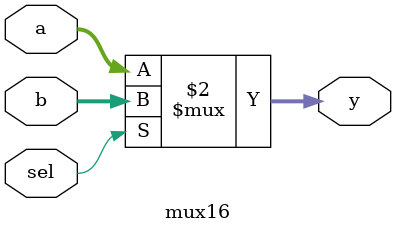
<source format=v>
module mux16(
    input [15:0] a,        // Input 0
    input [15:0] b,        // Input 1
    input sel,             // Select Signal
    output [15:0] y        // Output
);

    // If sel is 0, output a. If sel is 1, output b.
    assign y = (sel == 1'b0) ? a : b;

endmodule
</source>
